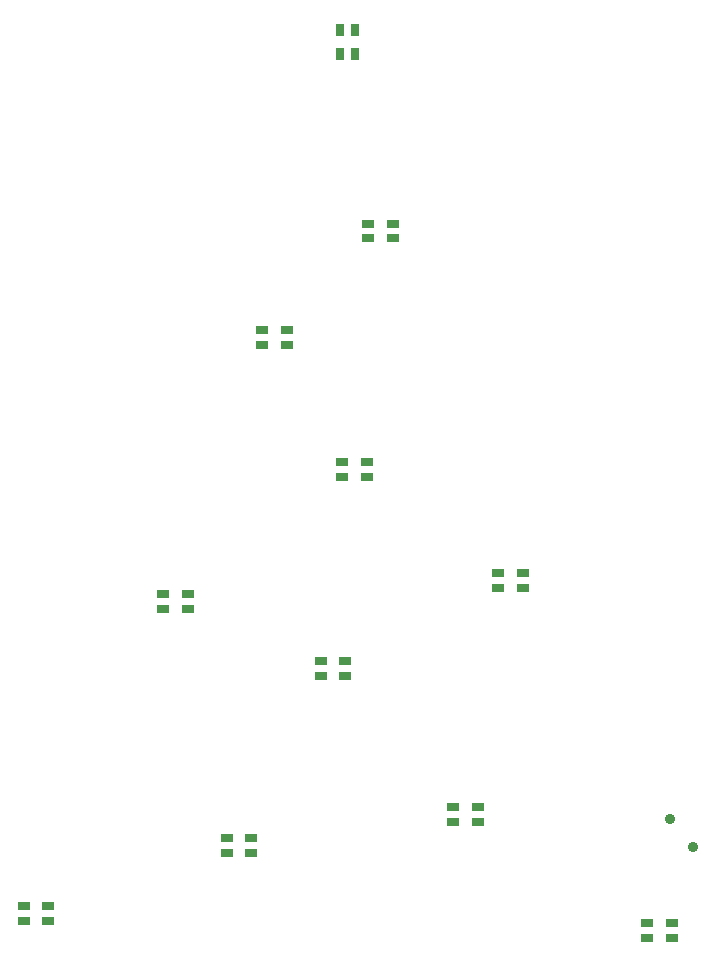
<source format=gbr>
%TF.GenerationSoftware,KiCad,Pcbnew,(6.0.1)*%
%TF.CreationDate,2022-03-01T19:51:56+01:00*%
%TF.ProjectId,LEDChristmasTree-2022,4c454443-6872-4697-9374-6d6173547265,rev?*%
%TF.SameCoordinates,Original*%
%TF.FileFunction,Soldermask,Top*%
%TF.FilePolarity,Negative*%
%FSLAX46Y46*%
G04 Gerber Fmt 4.6, Leading zero omitted, Abs format (unit mm)*
G04 Created by KiCad (PCBNEW (6.0.1)) date 2022-03-01 19:51:56*
%MOMM*%
%LPD*%
G01*
G04 APERTURE LIST*
%ADD10R,1.100000X0.750000*%
%ADD11R,0.750000X1.100000*%
%ADD12C,0.900000*%
G04 APERTURE END LIST*
D10*
%TO.C,D6*%
X145350000Y-66775000D03*
X145350000Y-68025000D03*
X147450000Y-66775000D03*
X147450000Y-68025000D03*
%TD*%
%TO.C,D8*%
X156350000Y-97625000D03*
X156350000Y-96375000D03*
X158450000Y-97625000D03*
X158450000Y-96375000D03*
%TD*%
%TO.C,D5*%
X154650000Y-117425000D03*
X154650000Y-116175000D03*
X152550000Y-117425000D03*
X152550000Y-116175000D03*
%TD*%
%TO.C,D3*%
X135450000Y-118775000D03*
X135450000Y-120025000D03*
X133350000Y-120025000D03*
X133350000Y-118775000D03*
%TD*%
%TO.C,D10*%
X127950000Y-99425000D03*
X127950000Y-98175000D03*
X130050000Y-99425000D03*
X130050000Y-98175000D03*
%TD*%
%TO.C,D11*%
X136350000Y-77025000D03*
X136350000Y-75775000D03*
X138450000Y-75775000D03*
X138450000Y-77025000D03*
%TD*%
%TO.C,D7*%
X168950000Y-125975000D03*
X168950000Y-127225000D03*
X171050000Y-125975000D03*
X171050000Y-127225000D03*
%TD*%
%TO.C,D1*%
X143400000Y-103800000D03*
X143400000Y-105050000D03*
X141300000Y-103800000D03*
X141300000Y-105050000D03*
%TD*%
%TO.C,D4*%
X145250000Y-86975000D03*
X145250000Y-88225000D03*
X143150000Y-86975000D03*
X143150000Y-88225000D03*
%TD*%
%TO.C,D2*%
X118250000Y-125825000D03*
X118250000Y-124575000D03*
X116150000Y-124575000D03*
X116150000Y-125825000D03*
%TD*%
D11*
%TO.C,D9*%
X144225000Y-52450000D03*
X142975000Y-52450000D03*
X142975000Y-50350000D03*
X144225000Y-50350000D03*
%TD*%
D12*
%TO.C,SW1*%
X172800439Y-119558043D03*
X170912478Y-117226605D03*
%TD*%
M02*

</source>
